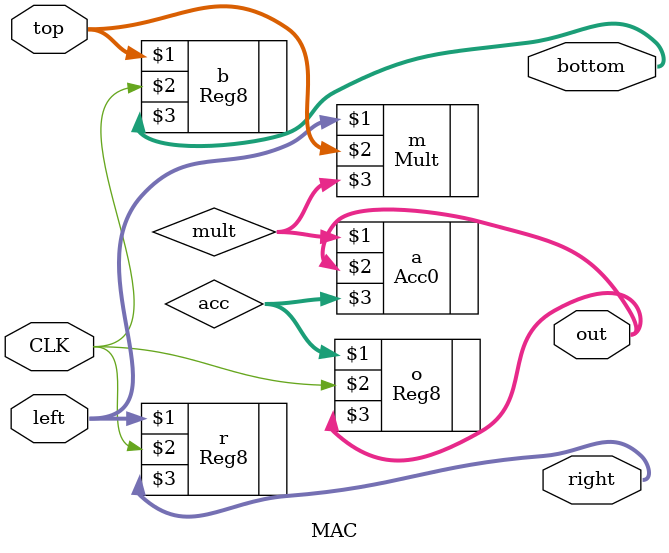
<source format=v>
module MAC(CLK, left, top, right, bottom, out);
input CLK;
input[7:0] left, top;
output[7:0] right, bottom, out;
wire[7:0] mult, acc;

Reg8 r(left, CLK, right);     //pass left to right
Reg8 b(top, CLK, bottom);     //pass top to bottom
Reg8 o(acc, CLK, out);        //store mac value to out

Mult m(left, top, mult);    //multiply left and top
Acc0 a(mult, out, acc);      //add product to prev out

endmodule

</source>
